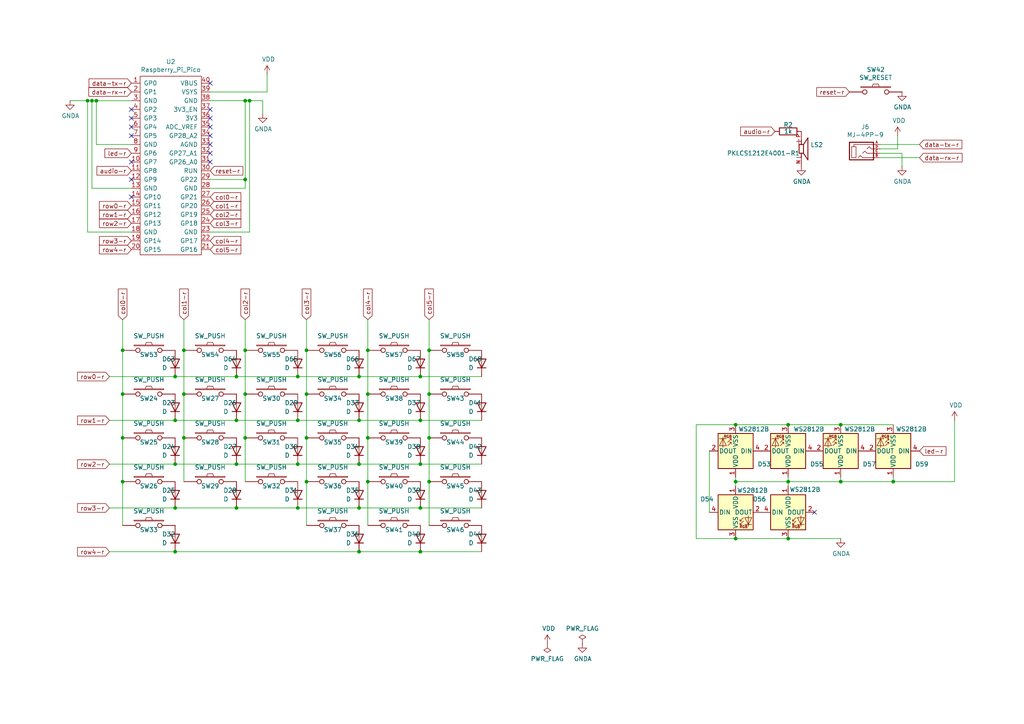
<source format=kicad_sch>
(kicad_sch (version 20250114) (generator "eeschema") (generator_version "9.0")
  (paper "A4")
  (lib_symbols
    (symbol "Device:D" (pin_numbers (hide yes)) (pin_names (offset 1.016) (hide yes))
      (property "Reference" "D" (at 0 2.54 0))
      (property "Value" "D" (at 0 -2.54 0))
      (symbol "D_0_1"
        (polyline (pts (xy -1.27 1.27) (xy -1.27 -1.27)) (stroke (width 0.254)))
        (polyline (pts (xy 1.27 1.27) (xy 1.27 -1.27) (xy -1.27 0) (xy 1.27 1.27)) (stroke (width 0.254)))
        (polyline (pts (xy 1.27 0) (xy -1.27 0)))
      )
      (symbol "D_1_1"
        (pin passive line (at -3.81 0 0) (length 2.54) (name "K") (number "1"))
        (pin passive line (at 3.81 0 180) (length 2.54) (name "A") (number "2"))
      )
    )
    (symbol "Device:R" (pin_numbers (hide yes)) (pin_names (offset 0))
      (property "Reference" "R" (at 2.032 0 90))
      (property "Value" "R" (at 0 0 90))
      (symbol "R_0_1"
        (rectangle (start -1.016 -2.54) (end 1.016 2.54) (stroke (width 0.254)))
      )
      (symbol "R_1_1"
        (pin passive line (at 0 3.81 270) (length 1.27) (name "~") (number "1"))
        (pin passive line (at 0 -3.81 90) (length 1.27) (name "~") (number "2"))
      )
    )
    (symbol "LED:WS2812B" (pin_names (offset 0.254))
      (property "Reference" "D" (at 5.08 5.715 0))
      (property "Value" "WS2812B" (at 1.27 -5.715 0))
      (symbol "WS2812B_0_0"
        (text "RGB" (at 2.286 -4.191 0) (effects (font (size 0.762 0.762))))
      )
      (symbol "WS2812B_0_1"
        (polyline (pts (xy 1.27 -2.54) (xy 1.778 -2.54)))
        (polyline (pts (xy 1.27 -3.556) (xy 1.778 -3.556)))
        (polyline (pts (xy 2.286 -1.524) (xy 1.27 -2.54) (xy 1.27 -2.032)))
        (polyline (pts (xy 2.286 -2.54) (xy 1.27 -3.556) (xy 1.27 -3.048)))
        (polyline (pts (xy 3.683 -1.016) (xy 3.683 -3.556) (xy 3.683 -4.064)))
        (polyline (pts (xy 4.699 -1.524) (xy 2.667 -1.524) (xy 3.683 -3.556) (xy 4.699 -1.524)))
        (polyline (pts (xy 4.699 -3.556) (xy 2.667 -3.556)))
        (rectangle (start 5.08 5.08) (end -5.08 -5.08) (stroke (width 0.254)) (fill (type background)))
      )
      (symbol "WS2812B_1_1"
        (pin input line (at -7.62 0 0) (length 2.54) (name "DIN") (number "4"))
        (pin power_in line (at 0 7.62 270) (length 2.54) (name "VDD") (number "1"))
        (pin power_in line (at 0 -7.62 90) (length 2.54) (name "VSS") (number "3"))
        (pin output line (at 7.62 0 180) (length 2.54) (name "DOUT") (number "2"))
      )
    )
    (symbol "_tergo_lib:MJ-4PP-9" (pin_names (offset 1.016))
      (property "Reference" "J" (at 0 3.81 0))
      (property "Value" "MJ-4PP-9" (at 0 -3.81 0))
      (symbol "MJ-4PP-9_0_1"
        (polyline (pts (xy -2.54 1.27) (xy -2.54 1.905) (xy 3.175 1.905)))
        (rectangle (start -1.905 -1.905) (end -3.175 1.27))
        (polyline (pts (xy -1.27 -1.905) (xy -0.635 -1.27) (xy 0 -1.905) (xy 3.175 -1.905)))
        (polyline (pts (xy 0 -0.635) (xy 0.635 0) (xy 1.27 -0.635) (xy 3.175 -0.635)))
        (polyline (pts (xy 1.27 0.635) (xy 1.905 1.27) (xy 2.54 0.635) (xy 3.175 0.635)))
        (rectangle (start 3.175 2.54) (end -3.81 -2.54) (stroke (width 0.3048)))
      )
      (symbol "MJ-4PP-9_1_1"
        (pin input line (at 5.08 1.905 180) (length 2.0066) (name "~") (number "A"))
        (pin input line (at 5.08 0.635 180) (length 2.0066) (name "~") (number "D"))
        (pin input line (at 5.08 -0.635 180) (length 2.0066) (name "~") (number "C"))
        (pin input line (at 5.08 -1.905 180) (length 2.0066) (name "~") (number "B"))
      )
    )
    (symbol "_tergo_lib:PKLCS1212E4001-R1" (pin_names (offset 1.016))
      (property "Reference" "LS" (at -3.82 8.9133 0))
      (property "Value" "PKLCS1212E4001-R1" (at -3.823 -11.469 0))
      (symbol "PKLCS1212E4001-R1_0_0"
        (polyline (pts (xy -0.635 1.27) (xy 0 1.27)) (stroke (width 0.254)))
        (polyline (pts (xy -0.635 -1.27) (xy -0.635 1.27)) (stroke (width 0.254)))
        (polyline (pts (xy 0 1.27) (xy 0 2.54)) (stroke (width 0.254)))
        (polyline (pts (xy 0 1.27) (xy 0.635 1.27)) (stroke (width 0.254)))
        (polyline (pts (xy 0 -1.27) (xy -0.635 -1.27)) (stroke (width 0.254)))
        (polyline (pts (xy 0 -1.27) (xy 0 -2.54)) (stroke (width 0.254)))
        (polyline (pts (xy 0.635 1.27) (xy 0.635 -1.27)) (stroke (width 0.254)))
        (polyline (pts (xy 0.635 1.27) (xy 1.905 3.175)) (stroke (width 0.254)))
        (polyline (pts (xy 0.635 -1.27) (xy 0 -1.27)) (stroke (width 0.254)))
        (polyline (pts (xy 1.905 3.175) (xy 1.905 -3.175)) (stroke (width 0.254)))
        (polyline (pts (xy 1.905 -3.175) (xy 0.635 -1.27)) (stroke (width 0.254)))
        (text "+" (at -1.905 1.27 0) (effects (font (size 1.778 1.778)) (justify left bottom)))
        (text "-" (at -1.905 -1.27 0) (effects (font (size 1.778 1.778)) (justify left top)))
        (pin passive line (at 0 5.08 270) (length 2.54) (name "~") (number "P"))
        (pin passive line (at 0 -5.08 90) (length 2.54) (name "~") (number "N"))
      )
    )
    (symbol "_tergo_lib:Raspberry_Pi_Pico" (pin_names (offset 1.016))
      (property "Reference" "U" (at 0 27.559 0))
      (property "Value" "Raspberry_Pi_Pico" (at 0.0508 -27.4574 0))
      (symbol "Raspberry_Pi_Pico_0_0"
        (pin bidirectional line (at -11.43 24.13 0) (length 2.54) (name "GP0") (number "1"))
        (pin bidirectional line (at -11.43 21.59 0) (length 2.54) (name "GP1") (number "2"))
        (pin power_in line (at -11.43 19.05 0) (length 2.54) (name "GND") (number "3"))
        (pin bidirectional line (at -11.43 16.51 0) (length 2.54) (name "GP2") (number "4"))
        (pin bidirectional line (at -11.43 13.97 0) (length 2.54) (name "GP3") (number "5"))
        (pin bidirectional line (at -11.43 11.43 0) (length 2.54) (name "GP4") (number "6"))
        (pin bidirectional line (at -11.43 8.89 0) (length 2.54) (name "GP5") (number "7"))
        (pin power_in line (at -11.43 6.35 0) (length 2.54) (name "GND") (number "8"))
        (pin bidirectional line (at -11.43 3.81 0) (length 2.54) (name "GP6") (number "9"))
        (pin bidirectional line (at -11.43 1.27 0) (length 2.54) (name "GP7") (number "10"))
        (pin bidirectional line (at -11.43 -1.27 0) (length 2.54) (name "GP8") (number "11"))
        (pin bidirectional line (at -11.43 -3.81 0) (length 2.54) (name "GP9") (number "12"))
        (pin power_in line (at -11.43 -6.35 0) (length 2.54) (name "GND") (number "13"))
        (pin bidirectional line (at -11.43 -8.89 0) (length 2.54) (name "GP10") (number "14"))
        (pin bidirectional line (at -11.43 -11.43 0) (length 2.54) (name "GP11") (number "15"))
        (pin bidirectional line (at -11.43 -13.97 0) (length 2.54) (name "GP12") (number "16"))
        (pin bidirectional line (at -11.43 -16.51 0) (length 2.54) (name "GP13") (number "17"))
        (pin power_in line (at -11.43 -19.05 0) (length 2.54) (name "GND") (number "18"))
        (pin bidirectional line (at -11.43 -21.59 0) (length 2.54) (name "GP14") (number "19"))
        (pin bidirectional line (at -11.43 -24.13 0) (length 2.54) (name "GP15") (number "20"))
        (pin power_in line (at 11.43 24.13 180) (length 2.54) (name "VBUS") (number "40"))
        (pin power_in line (at 11.43 21.59 180) (length 2.54) (name "VSYS") (number "39"))
        (pin power_in line (at 11.43 19.05 180) (length 2.54) (name "GND") (number "38"))
        (pin input line (at 11.43 16.51 180) (length 2.54) (name "3V3_EN") (number "37"))
        (pin power_out line (at 11.43 13.97 180) (length 2.54) (name "3V3") (number "36"))
        (pin power_in line (at 11.43 11.43 180) (length 2.54) (name "ADC_VREF") (number "35"))
        (pin bidirectional line (at 11.43 8.89 180) (length 2.54) (name "GP28_A2") (number "34"))
        (pin power_in line (at 11.43 6.35 180) (length 2.54) (name "AGND") (number "33"))
        (pin bidirectional line (at 11.43 3.81 180) (length 2.54) (name "GP27_A1") (number "32"))
        (pin bidirectional line (at 11.43 1.27 180) (length 2.54) (name "GP26_A0") (number "31"))
        (pin input line (at 11.43 -1.27 180) (length 2.54) (name "RUN") (number "30"))
        (pin bidirectional line (at 11.43 -3.81 180) (length 2.54) (name "GP22") (number "29"))
        (pin power_in line (at 11.43 -6.35 180) (length 2.54) (name "GND") (number "28"))
        (pin bidirectional line (at 11.43 -8.89 180) (length 2.54) (name "GP21") (number "27"))
        (pin bidirectional line (at 11.43 -11.43 180) (length 2.54) (name "GP20") (number "26"))
        (pin bidirectional line (at 11.43 -13.97 180) (length 2.54) (name "GP19") (number "25"))
        (pin bidirectional line (at 11.43 -16.51 180) (length 2.54) (name "GP18") (number "24"))
        (pin power_in line (at 11.43 -19.05 180) (length 2.54) (name "GND") (number "23"))
        (pin bidirectional line (at 11.43 -21.59 180) (length 2.54) (name "GP17") (number "22"))
        (pin bidirectional line (at 11.43 -24.13 180) (length 2.54) (name "GP16") (number "21"))
      )
      (symbol "Raspberry_Pi_Pico_0_1"
        (rectangle (start -8.89 26.162) (end 8.89 -25.654))
      )
    )
    (symbol "_tergo_lib:SW_PUSH" (pin_numbers (hide yes)) (pin_names (offset 1.016) (hide yes))
      (property "Reference" "SW" (at 3.81 2.794 0))
      (property "Value" "SW_PUSH" (at 0 -2.032 0))
      (symbol "SW_PUSH_0_1"
        (rectangle (start -4.318 1.524) (end 4.318 1.27))
        (polyline (pts (xy -1.016 1.524) (xy -0.762 2.286) (xy 0.762 2.286) (xy 1.016 1.524)))
        (pin passive inverted (at -7.62 0 0) (length 5.08) (name "1") (number "1"))
        (pin passive inverted (at 7.62 0 180) (length 5.08) (name "2") (number "2"))
      )
    )
    (symbol "power:GNDA" (power) (pin_numbers (hide yes)) (pin_names (offset 0) (hide yes))
      (property "Value" "GNDA" (at 0 -3.81 0))
      (symbol "GNDA_0_1"
        (polyline (pts (xy 0 0) (xy 0 -1.27) (xy 1.27 -1.27) (xy 0 -2.54) (xy -1.27 -1.27) (xy 0 -1.27)))
      )
      (symbol "GNDA_1_1"
        (pin power_in line (at 0 0 270) (length 0) (name "~") (number "1"))
      )
    )
    (symbol "power:PWR_FLAG" (power) (pin_numbers (hide yes)) (pin_names (offset 0) (hide yes))
      (property "Value" "PWR_FLAG" (at 0 3.81 0))
      (symbol "PWR_FLAG_0_0"
        (pin power_out line (at 0 0 90) (length 0) (name "~") (number "1"))
      )
      (symbol "PWR_FLAG_0_1"
        (polyline (pts (xy 0 0) (xy 0 1.27) (xy -1.016 1.905) (xy 0 2.54) (xy 1.016 1.905) (xy 0 1.27)))
      )
    )
    (symbol "power:VDD" (power) (pin_numbers (hide yes)) (pin_names (offset 0) (hide yes))
      (property "Value" "VDD" (at 0 3.556 0))
      (symbol "VDD_0_1"
        (polyline (pts (xy -0.762 1.27) (xy 0 2.54)))
        (polyline (pts (xy 0 2.54) (xy 0.762 1.27)))
        (polyline (pts (xy 0 0) (xy 0 2.54)))
      )
      (symbol "VDD_1_1"
        (pin power_in line (at 0 0 90) (length 0) (name "~") (number "1"))
      )
    )
  )
  (junction (at 104.14 134.62))
  (junction (at 106.68 101.6))
  (junction (at 50.8 134.62))
  (junction (at 88.9 101.6))
  (junction (at 104.14 109.22))
  (junction (at 72.39 29.21))
  (junction (at 104.14 160.02))
  (junction (at 68.58 134.62))
  (junction (at 121.92 160.02))
  (junction (at 50.8 109.22))
  (junction (at 124.46 139.7))
  (junction (at 35.56 139.7))
  (junction (at 228.6 139.7))
  (junction (at 86.36 147.32))
  (junction (at 25.4 29.21))
  (junction (at 88.9 139.7))
  (junction (at 68.58 121.92))
  (junction (at 71.12 52.07))
  (junction (at 35.56 127))
  (junction (at 86.36 121.92))
  (junction (at 53.34 114.3))
  (junction (at 104.14 121.92))
  (junction (at 121.92 121.92))
  (junction (at 228.6 123.19))
  (junction (at 243.84 123.19))
  (junction (at 121.92 109.22))
  (junction (at 68.58 147.32))
  (junction (at 86.36 109.22))
  (junction (at 53.34 127))
  (junction (at 121.92 134.62))
  (junction (at 213.36 139.7))
  (junction (at 106.68 127))
  (junction (at 50.8 147.32))
  (junction (at 35.56 114.3))
  (junction (at 88.9 114.3))
  (junction (at 104.14 147.32))
  (junction (at 71.12 101.6))
  (junction (at 26.67 29.21))
  (junction (at 86.36 134.62))
  (junction (at 50.8 160.02))
  (junction (at 124.46 101.6))
  (junction (at 71.12 29.21))
  (junction (at 53.34 101.6))
  (junction (at 213.36 156.21))
  (junction (at 259.08 139.7))
  (junction (at 71.12 127))
  (junction (at 50.8 121.92))
  (junction (at 106.68 139.7))
  (junction (at 124.46 127))
  (junction (at 71.12 114.3))
  (junction (at 35.56 101.6))
  (junction (at 68.58 109.22))
  (junction (at 121.92 147.32))
  (junction (at 243.84 139.7))
  (junction (at 88.9 127))
  (junction (at 124.46 114.3))
  (junction (at 106.68 114.3))
  (junction (at 228.6 156.21))
  (junction (at 213.36 123.19))
  (junction (at 27.94 29.21))
  (no_connect (at 38.1 52.07))
  (no_connect (at 60.96 44.45))
  (no_connect (at 60.96 31.75))
  (no_connect (at 60.96 46.99))
  (no_connect (at 60.96 36.83))
  (no_connect (at 38.1 46.99))
  (no_connect (at 38.1 34.29))
  (no_connect (at 38.1 39.37))
  (no_connect (at 38.1 57.15))
  (no_connect (at 60.96 41.91))
  (no_connect (at 38.1 31.75))
  (no_connect (at 60.96 24.13))
  (no_connect (at 60.96 34.29))
  (no_connect (at 60.96 39.37))
  (no_connect (at 38.1 36.83))
  (no_connect (at 236.22 148.59))
  (wire (pts (xy 53.34 127) (xy 53.34 114.3)))
  (wire (pts (xy 53.34 139.7) (xy 53.34 127)))
  (wire (pts (xy 259.08 138.43) (xy 259.08 139.7)))
  (wire (pts (xy 38.1 41.91) (xy 27.94 41.91)))
  (wire (pts (xy 71.12 52.07) (xy 71.12 29.21)))
  (wire (pts (xy 72.39 67.31) (xy 72.39 29.21)))
  (wire (pts (xy 104.14 121.92) (xy 86.36 121.92)))
  (wire (pts (xy 276.86 121.92) (xy 276.86 139.7)))
  (wire (pts (xy 213.36 156.21) (xy 228.6 156.21)))
  (wire (pts (xy 77.47 26.67) (xy 77.47 21.59)))
  (wire (pts (xy 88.9 139.7) (xy 88.9 127)))
  (wire (pts (xy 26.67 54.61) (xy 26.67 29.21)))
  (wire (pts (xy 259.08 139.7) (xy 243.84 139.7)))
  (wire (pts (xy 124.46 101.6) (xy 124.46 92.71)))
  (wire (pts (xy 50.8 160.02) (xy 104.14 160.02)))
  (wire (pts (xy 124.46 114.3) (xy 124.46 101.6)))
  (wire (pts (xy 243.84 138.43) (xy 243.84 139.7)))
  (wire (pts (xy 104.14 147.32) (xy 86.36 147.32)))
  (wire (pts (xy 228.6 156.21) (xy 243.84 156.21)))
  (wire (pts (xy 71.12 101.6) (xy 71.12 114.3)))
  (wire (pts (xy 106.68 101.6) (xy 106.68 92.71)))
  (wire (pts (xy 53.34 92.71) (xy 53.34 101.6)))
  (wire (pts (xy 104.14 109.22) (xy 121.92 109.22)))
  (wire (pts (xy 139.7 160.02) (xy 121.92 160.02)))
  (wire (pts (xy 255.27 43.18) (xy 260.35 43.18)))
  (wire (pts (xy 60.96 29.21) (xy 71.12 29.21)))
  (wire (pts (xy 35.56 139.7) (xy 35.56 152.4)))
  (wire (pts (xy 121.92 160.02) (xy 104.14 160.02)))
  (wire (pts (xy 139.7 121.92) (xy 121.92 121.92)))
  (wire (pts (xy 27.94 29.21) (xy 38.1 29.21)))
  (wire (pts (xy 124.46 127) (xy 124.46 114.3)))
  (wire (pts (xy 60.96 26.67) (xy 77.47 26.67)))
  (wire (pts (xy 228.6 140.97) (xy 228.6 139.7)))
  (wire (pts (xy 201.93 156.21) (xy 213.36 156.21)))
  (wire (pts (xy 213.36 123.19) (xy 201.93 123.19)))
  (wire (pts (xy 72.39 29.21) (xy 76.2 29.21)))
  (wire (pts (xy 71.12 127) (xy 71.12 114.3)))
  (wire (pts (xy 35.56 127) (xy 35.56 114.3)))
  (wire (pts (xy 106.68 152.4) (xy 106.68 139.7)))
  (wire (pts (xy 27.94 41.91) (xy 27.94 29.21)))
  (wire (pts (xy 50.8 121.92) (xy 31.75 121.92)))
  (wire (pts (xy 38.1 54.61) (xy 26.67 54.61)))
  (wire (pts (xy 60.96 52.07) (xy 71.12 52.07)))
  (wire (pts (xy 243.84 123.19) (xy 228.6 123.19)))
  (wire (pts (xy 260.35 43.18) (xy 260.35 39.37)))
  (wire (pts (xy 88.9 152.4) (xy 88.9 139.7)))
  (wire (pts (xy 35.56 114.3) (xy 35.56 101.6)))
  (wire (pts (xy 25.4 67.31) (xy 25.4 29.21)))
  (wire (pts (xy 213.36 140.97) (xy 213.36 139.7)))
  (wire (pts (xy 205.74 130.81) (xy 205.74 148.59)))
  (wire (pts (xy 106.68 139.7) (xy 106.68 127)))
  (wire (pts (xy 71.12 92.71) (xy 71.12 101.6)))
  (wire (pts (xy 50.8 134.62) (xy 31.75 134.62)))
  (wire (pts (xy 31.75 109.22) (xy 50.8 109.22)))
  (wire (pts (xy 71.12 54.61) (xy 71.12 52.07)))
  (wire (pts (xy 228.6 123.19) (xy 213.36 123.19)))
  (wire (pts (xy 139.7 147.32) (xy 121.92 147.32)))
  (wire (pts (xy 26.67 29.21) (xy 27.94 29.21)))
  (wire (pts (xy 121.92 121.92) (xy 104.14 121.92)))
  (wire (pts (xy 38.1 67.31) (xy 25.4 67.31)))
  (wire (pts (xy 228.6 138.43) (xy 228.6 139.7)))
  (wire (pts (xy 86.36 147.32) (xy 68.58 147.32)))
  (wire (pts (xy 259.08 123.19) (xy 243.84 123.19)))
  (wire (pts (xy 228.6 139.7) (xy 213.36 139.7)))
  (wire (pts (xy 60.96 67.31) (xy 72.39 67.31)))
  (wire (pts (xy 60.96 54.61) (xy 71.12 54.61)))
  (wire (pts (xy 86.36 109.22) (xy 104.14 109.22)))
  (wire (pts (xy 35.56 101.6) (xy 35.56 92.71)))
  (wire (pts (xy 50.8 147.32) (xy 31.75 147.32)))
  (wire (pts (xy 50.8 160.02) (xy 31.75 160.02)))
  (wire (pts (xy 106.68 127) (xy 106.68 114.3)))
  (wire (pts (xy 121.92 134.62) (xy 104.14 134.62)))
  (wire (pts (xy 68.58 147.32) (xy 50.8 147.32)))
  (wire (pts (xy 68.58 134.62) (xy 50.8 134.62)))
  (wire (pts (xy 71.12 29.21) (xy 72.39 29.21)))
  (wire (pts (xy 68.58 121.92) (xy 50.8 121.92)))
  (wire (pts (xy 213.36 139.7) (xy 213.36 138.43)))
  (wire (pts (xy 35.56 139.7) (xy 35.56 127)))
  (wire (pts (xy 25.4 29.21) (xy 26.67 29.21)))
  (wire (pts (xy 68.58 109.22) (xy 86.36 109.22)))
  (wire (pts (xy 255.27 45.72) (xy 266.7 45.72)))
  (wire (pts (xy 53.34 101.6) (xy 53.34 114.3)))
  (wire (pts (xy 139.7 134.62) (xy 121.92 134.62)))
  (wire (pts (xy 255.27 44.45) (xy 261.62 44.45)))
  (wire (pts (xy 76.2 29.21) (xy 76.2 33.02)))
  (wire (pts (xy 124.46 152.4) (xy 124.46 139.7)))
  (wire (pts (xy 276.86 139.7) (xy 259.08 139.7)))
  (wire (pts (xy 261.62 44.45) (xy 261.62 48.26)))
  (wire (pts (xy 121.92 109.22) (xy 139.7 109.22)))
  (wire (pts (xy 86.36 134.62) (xy 68.58 134.62)))
  (wire (pts (xy 243.84 139.7) (xy 228.6 139.7)))
  (wire (pts (xy 71.12 139.7) (xy 71.12 127)))
  (wire (pts (xy 201.93 123.19) (xy 201.93 156.21)))
  (wire (pts (xy 255.27 41.91) (xy 266.7 41.91)))
  (wire (pts (xy 88.9 101.6) (xy 88.9 114.3)))
  (wire (pts (xy 88.9 127) (xy 88.9 114.3)))
  (wire (pts (xy 106.68 114.3) (xy 106.68 101.6)))
  (wire (pts (xy 86.36 121.92) (xy 68.58 121.92)))
  (wire (pts (xy 20.32 29.21) (xy 25.4 29.21)))
  (wire (pts (xy 121.92 147.32) (xy 104.14 147.32)))
  (wire (pts (xy 88.9 92.71) (xy 88.9 101.6)))
  (wire (pts (xy 124.46 139.7) (xy 124.46 127)))
  (wire (pts (xy 104.14 134.62) (xy 86.36 134.62)))
  (wire (pts (xy 50.8 109.22) (xy 68.58 109.22)))
  (global_label "row3-r" (shape input) (at 31.75 147.32 180) (property "Intersheetrefs" "${INTERSHEET_REFS}" (effects (hide yes))))
  (global_label "col0-r" (shape input) (at 35.56 92.71 90) (property "Intersheetrefs" "${INTERSHEET_REFS}" (effects (hide yes))))
  (global_label "row2-r" (shape input) (at 31.75 134.62 180) (property "Intersheetrefs" "${INTERSHEET_REFS}" (effects (hide yes))))
  (global_label "col1-r" (shape input) (at 53.34 92.71 90) (property "Intersheetrefs" "${INTERSHEET_REFS}" (effects (hide yes))))
  (global_label "reset-r" (shape input) (at 60.96 49.53 0) (property "Intersheetrefs" "${INTERSHEET_REFS}" (effects (hide yes))))
  (global_label "row0-r" (shape input) (at 38.1 59.69 180) (property "Intersheetrefs" "${INTERSHEET_REFS}" (effects (hide yes))))
  (global_label "col2-r" (shape input) (at 60.96 62.23 0) (property "Intersheetrefs" "${INTERSHEET_REFS}" (effects (hide yes))))
  (global_label "reset-r" (shape input) (at 246.38 26.67 180) (property "Intersheetrefs" "${INTERSHEET_REFS}" (effects (hide yes))))
  (global_label "led-r" (shape input) (at 266.7 130.81 0) (property "Intersheetrefs" "${INTERSHEET_REFS}" (effects (hide yes))))
  (global_label "row1-r" (shape input) (at 31.75 121.92 180) (property "Intersheetrefs" "${INTERSHEET_REFS}" (effects (hide yes))))
  (global_label "row3-r" (shape input) (at 38.1 69.85 180) (property "Intersheetrefs" "${INTERSHEET_REFS}" (effects (hide yes))))
  (global_label "data-rx-r" (shape input) (at 266.7 45.72 0) (property "Intersheetrefs" "${INTERSHEET_REFS}" (effects (hide yes))))
  (global_label "data-rx-r" (shape input) (at 38.1 26.67 180) (property "Intersheetrefs" "${INTERSHEET_REFS}" (effects (hide yes))))
  (global_label "col3-r" (shape input) (at 88.9 92.71 90) (property "Intersheetrefs" "${INTERSHEET_REFS}" (effects (hide yes))))
  (global_label "led-r" (shape input) (at 38.1 44.45 180) (property "Intersheetrefs" "${INTERSHEET_REFS}" (effects (hide yes))))
  (global_label "audio-r" (shape input) (at 38.1 49.53 180) (property "Intersheetrefs" "${INTERSHEET_REFS}" (effects (hide yes))))
  (global_label "col5-r" (shape input) (at 124.46 92.71 90) (property "Intersheetrefs" "${INTERSHEET_REFS}" (effects (hide yes))))
  (global_label "col0-r" (shape input) (at 60.96 57.15 0) (property "Intersheetrefs" "${INTERSHEET_REFS}" (effects (hide yes))))
  (global_label "row4-r" (shape input) (at 38.1 72.39 180) (property "Intersheetrefs" "${INTERSHEET_REFS}" (effects (hide yes))))
  (global_label "col2-r" (shape input) (at 71.12 92.71 90) (property "Intersheetrefs" "${INTERSHEET_REFS}" (effects (hide yes))))
  (global_label "row0-r" (shape input) (at 31.75 109.22 180) (property "Intersheetrefs" "${INTERSHEET_REFS}" (effects (hide yes))))
  (global_label "audio-r" (shape input) (at 224.79 38.1 180) (property "Intersheetrefs" "${INTERSHEET_REFS}" (effects (hide yes))))
  (global_label "col1-r" (shape input) (at 60.96 59.69 0) (property "Intersheetrefs" "${INTERSHEET_REFS}" (effects (hide yes))))
  (global_label "data-tx-r" (shape input) (at 266.7 41.91 0) (property "Intersheetrefs" "${INTERSHEET_REFS}" (effects (hide yes))))
  (global_label "col3-r" (shape input) (at 60.96 64.77 0) (property "Intersheetrefs" "${INTERSHEET_REFS}" (effects (hide yes))))
  (global_label "col4-r" (shape input) (at 106.68 92.71 90) (property "Intersheetrefs" "${INTERSHEET_REFS}" (effects (hide yes))))
  (global_label "row2-r" (shape input) (at 38.1 64.77 180) (property "Intersheetrefs" "${INTERSHEET_REFS}" (effects (hide yes))))
  (global_label "data-tx-r" (shape input) (at 38.1 24.13 180) (property "Intersheetrefs" "${INTERSHEET_REFS}" (effects (hide yes))))
  (global_label "col4-r" (shape input) (at 60.96 69.85 0) (property "Intersheetrefs" "${INTERSHEET_REFS}" (effects (hide yes))))
  (global_label "col5-r" (shape input) (at 60.96 72.39 0) (property "Intersheetrefs" "${INTERSHEET_REFS}" (effects (hide yes))))
  (global_label "row1-r" (shape input) (at 38.1 62.23 180) (property "Intersheetrefs" "${INTERSHEET_REFS}" (effects (hide yes))))
  (global_label "row4-r" (shape input) (at 31.75 160.02 180) (property "Intersheetrefs" "${INTERSHEET_REFS}" (effects (hide yes))))
  (symbol (lib_id "_tergo_lib:SW_PUSH") (at 43.18 114.3 0) (unit 1)
    (property "Reference" "SW24" (at 43.18 115.57 0))
    (property "Value" "SW_PUSH" (at 43.18 110.1344 0))
    (property "Footprint" "_tergo_lib:CherryMX_Choco_Hotswap" (effects (hide yes)))
  )
  (symbol (lib_id "Device:D") (at 50.8 118.11 90) (unit 1)
    (property "Reference" "D23" (at 46.99 116.84 90) (effects (justify right)))
    (property "Value" "D" (at 46.99 119.38 90) (effects (justify right)))
    (property "Footprint" "_tergo_lib:Keebio-Diode-Hybrid-Back" (effects (hide yes)))
    (property "Description" "Diode" (effects (hide yes)))
    (property "Sim.Device" "D" (effects (hide yes)))
    (property "Sim.Pins" "1=K 2=A" (effects (hide yes)))
  )
  (symbol (lib_id "_tergo_lib:SW_PUSH") (at 43.18 127 0) (unit 1)
    (property "Reference" "SW25" (at 43.18 128.27 0))
    (property "Value" "SW_PUSH" (at 43.18 122.8344 0))
    (property "Footprint" "_tergo_lib:CherryMX_Choco_Hotswap" (effects (hide yes)))
  )
  (symbol (lib_id "Device:D") (at 50.8 130.81 90) (unit 1)
    (property "Reference" "D24" (at 46.99 129.54 90) (effects (justify right)))
    (property "Value" "D" (at 46.99 132.08 90) (effects (justify right)))
    (property "Footprint" "_tergo_lib:Keebio-Diode-Hybrid-Back" (effects (hide yes)))
    (property "Description" "Diode" (effects (hide yes)))
    (property "Sim.Device" "D" (effects (hide yes)))
    (property "Sim.Pins" "1=K 2=A" (effects (hide yes)))
  )
  (symbol (lib_id "_tergo_lib:SW_PUSH") (at 43.18 139.7 0) (unit 1)
    (property "Reference" "SW26" (at 43.18 140.97 0))
    (property "Value" "SW_PUSH" (at 43.18 135.5344 0))
    (property "Footprint" "_tergo_lib:CherryMX_Choco_Hotswap" (effects (hide yes)))
  )
  (symbol (lib_id "Device:D") (at 50.8 143.51 90) (unit 1)
    (property "Reference" "D25" (at 46.99 142.24 90) (effects (justify right)))
    (property "Value" "D" (at 46.99 144.78 90) (effects (justify right)))
    (property "Footprint" "_tergo_lib:Keebio-Diode-Hybrid-Back" (effects (hide yes)))
    (property "Description" "Diode" (effects (hide yes)))
    (property "Sim.Device" "D" (effects (hide yes)))
    (property "Sim.Pins" "1=K 2=A" (effects (hide yes)))
  )
  (symbol (lib_id "_tergo_lib:SW_PUSH") (at 60.96 114.3 0) (unit 1)
    (property "Reference" "SW27" (at 60.96 115.57 0))
    (property "Value" "SW_PUSH" (at 60.96 110.1344 0))
    (property "Footprint" "_tergo_lib:CherryMX_Choco_Hotswap" (effects (hide yes)))
  )
  (symbol (lib_id "Device:D") (at 68.58 118.11 90) (unit 1)
    (property "Reference" "D26" (at 64.77 116.84 90) (effects (justify right)))
    (property "Value" "D" (at 64.77 119.38 90) (effects (justify right)))
    (property "Footprint" "_tergo_lib:Keebio-Diode-Hybrid-Back" (effects (hide yes)))
    (property "Description" "Diode" (effects (hide yes)))
    (property "Sim.Device" "D" (effects (hide yes)))
    (property "Sim.Pins" "1=K 2=A" (effects (hide yes)))
  )
  (symbol (lib_id "_tergo_lib:SW_PUSH") (at 60.96 127 0) (unit 1)
    (property "Reference" "SW28" (at 60.96 128.27 0))
    (property "Value" "SW_PUSH" (at 60.96 122.8344 0))
    (property "Footprint" "_tergo_lib:CherryMX_Choco_Hotswap" (effects (hide yes)))
  )
  (symbol (lib_id "Device:D") (at 68.58 130.81 90) (unit 1)
    (property "Reference" "D27" (at 64.77 129.54 90) (effects (justify right)))
    (property "Value" "D" (at 64.77 132.08 90) (effects (justify right)))
    (property "Footprint" "_tergo_lib:Keebio-Diode-Hybrid-Back" (effects (hide yes)))
    (property "Description" "Diode" (effects (hide yes)))
    (property "Sim.Device" "D" (effects (hide yes)))
    (property "Sim.Pins" "1=K 2=A" (effects (hide yes)))
  )
  (symbol (lib_id "_tergo_lib:SW_PUSH") (at 60.96 139.7 0) (unit 1)
    (property "Reference" "SW29" (at 60.96 140.97 0))
    (property "Value" "SW_PUSH" (at 60.96 135.5344 0))
    (property "Footprint" "_tergo_lib:CherryMX_Choco_Hotswap" (effects (hide yes)))
  )
  (symbol (lib_id "Device:D") (at 68.58 143.51 90) (unit 1)
    (property "Reference" "D28" (at 64.77 142.24 90) (effects (justify right)))
    (property "Value" "D" (at 64.77 144.78 90) (effects (justify right)))
    (property "Footprint" "_tergo_lib:Keebio-Diode-Hybrid-Back" (effects (hide yes)))
    (property "Description" "Diode" (effects (hide yes)))
    (property "Sim.Device" "D" (effects (hide yes)))
    (property "Sim.Pins" "1=K 2=A" (effects (hide yes)))
  )
  (symbol (lib_id "_tergo_lib:SW_PUSH") (at 78.74 114.3 0) (unit 1)
    (property "Reference" "SW30" (at 78.74 115.57 0))
    (property "Value" "SW_PUSH" (at 78.74 110.1344 0))
    (property "Footprint" "_tergo_lib:CherryMX_Choco_Hotswap" (effects (hide yes)))
  )
  (symbol (lib_id "Device:D") (at 86.36 118.11 90) (unit 1)
    (property "Reference" "D29" (at 82.55 116.84 90) (effects (justify right)))
    (property "Value" "D" (at 82.55 119.38 90) (effects (justify right)))
    (property "Footprint" "_tergo_lib:Keebio-Diode-Hybrid-Back" (effects (hide yes)))
    (property "Description" "Diode" (effects (hide yes)))
    (property "Sim.Device" "D" (effects (hide yes)))
    (property "Sim.Pins" "1=K 2=A" (effects (hide yes)))
  )
  (symbol (lib_id "_tergo_lib:SW_PUSH") (at 78.74 127 0) (unit 1)
    (property "Reference" "SW31" (at 78.74 128.27 0))
    (property "Value" "SW_PUSH" (at 78.74 122.8344 0))
    (property "Footprint" "_tergo_lib:CherryMX_Choco_Hotswap" (effects (hide yes)))
  )
  (symbol (lib_id "Device:D") (at 86.36 130.81 90) (unit 1)
    (property "Reference" "D30" (at 82.55 129.54 90) (effects (justify right)))
    (property "Value" "D" (at 82.55 132.08 90) (effects (justify right)))
    (property "Footprint" "_tergo_lib:Keebio-Diode-Hybrid-Back" (effects (hide yes)))
    (property "Description" "Diode" (effects (hide yes)))
    (property "Sim.Device" "D" (effects (hide yes)))
    (property "Sim.Pins" "1=K 2=A" (effects (hide yes)))
  )
  (symbol (lib_id "_tergo_lib:SW_PUSH") (at 78.74 139.7 0) (unit 1)
    (property "Reference" "SW32" (at 78.74 140.97 0))
    (property "Value" "SW_PUSH" (at 78.74 135.5344 0))
    (property "Footprint" "_tergo_lib:CherryMX_Choco_Hotswap" (effects (hide yes)))
  )
  (symbol (lib_id "Device:D") (at 86.36 143.51 90) (unit 1)
    (property "Reference" "D31" (at 82.55 142.24 90) (effects (justify right)))
    (property "Value" "D" (at 82.55 144.78 90) (effects (justify right)))
    (property "Footprint" "_tergo_lib:Keebio-Diode-Hybrid-Back" (effects (hide yes)))
    (property "Description" "Diode" (effects (hide yes)))
    (property "Sim.Device" "D" (effects (hide yes)))
    (property "Sim.Pins" "1=K 2=A" (effects (hide yes)))
  )
  (symbol (lib_id "_tergo_lib:SW_PUSH") (at 43.18 152.4 0) (unit 1)
    (property "Reference" "SW33" (at 43.18 153.67 0))
    (property "Value" "SW_PUSH" (at 43.18 148.2344 0))
    (property "Footprint" "_tergo_lib:CherryMX_Choco_Hotswap" (effects (hide yes)))
  )
  (symbol (lib_id "Device:D") (at 50.8 156.21 90) (unit 1)
    (property "Reference" "D32" (at 46.99 154.94 90) (effects (justify right)))
    (property "Value" "D" (at 46.99 157.48 90) (effects (justify right)))
    (property "Footprint" "_tergo_lib:Keebio-Diode-Hybrid-Back" (effects (hide yes)))
    (property "Description" "Diode" (effects (hide yes)))
    (property "Sim.Device" "D" (effects (hide yes)))
    (property "Sim.Pins" "1=K 2=A" (effects (hide yes)))
  )
  (symbol (lib_id "_tergo_lib:SW_PUSH") (at 96.52 114.3 0) (unit 1)
    (property "Reference" "SW34" (at 96.52 115.57 0))
    (property "Value" "SW_PUSH" (at 96.52 110.1344 0))
    (property "Footprint" "_tergo_lib:CherryMX_Choco_Hotswap" (effects (hide yes)))
  )
  (symbol (lib_id "Device:D") (at 104.14 118.11 90) (unit 1)
    (property "Reference" "D33" (at 100.33 116.84 90) (effects (justify right)))
    (property "Value" "D" (at 100.33 119.38 90) (effects (justify right)))
    (property "Footprint" "_tergo_lib:Keebio-Diode-Hybrid-Back" (effects (hide yes)))
    (property "Description" "Diode" (effects (hide yes)))
    (property "Sim.Device" "D" (effects (hide yes)))
    (property "Sim.Pins" "1=K 2=A" (effects (hide yes)))
  )
  (symbol (lib_id "_tergo_lib:SW_PUSH") (at 96.52 127 0) (unit 1)
    (property "Reference" "SW35" (at 96.52 128.27 0))
    (property "Value" "SW_PUSH" (at 96.52 122.8344 0))
    (property "Footprint" "_tergo_lib:CherryMX_Choco_Hotswap" (effects (hide yes)))
  )
  (symbol (lib_id "Device:D") (at 104.14 130.81 90) (unit 1)
    (property "Reference" "D34" (at 100.33 129.54 90) (effects (justify right)))
    (property "Value" "D" (at 100.33 132.08 90) (effects (justify right)))
    (property "Footprint" "_tergo_lib:Keebio-Diode-Hybrid-Back" (effects (hide yes)))
    (property "Description" "Diode" (effects (hide yes)))
    (property "Sim.Device" "D" (effects (hide yes)))
    (property "Sim.Pins" "1=K 2=A" (effects (hide yes)))
  )
  (symbol (lib_id "_tergo_lib:SW_PUSH") (at 96.52 139.7 0) (unit 1)
    (property "Reference" "SW36" (at 96.52 140.97 0))
    (property "Value" "SW_PUSH" (at 96.52 135.5344 0))
    (property "Footprint" "_tergo_lib:CherryMX_Choco_Hotswap" (effects (hide yes)))
  )
  (symbol (lib_id "Device:D") (at 104.14 143.51 90) (unit 1)
    (property "Reference" "D35" (at 100.33 142.24 90) (effects (justify right)))
    (property "Value" "D" (at 100.33 144.78 90) (effects (justify right)))
    (property "Footprint" "_tergo_lib:Keebio-Diode-Hybrid-Back" (effects (hide yes)))
    (property "Description" "Diode" (effects (hide yes)))
    (property "Sim.Device" "D" (effects (hide yes)))
    (property "Sim.Pins" "1=K 2=A" (effects (hide yes)))
  )
  (symbol (lib_id "_tergo_lib:SW_PUSH") (at 96.52 152.4 0) (unit 1)
    (property "Reference" "SW37" (at 96.52 153.67 0))
    (property "Value" "SW_PUSH" (at 96.52 148.2344 0))
    (property "Footprint" "_tergo_lib:CherryMX_Choco_Hotswap" (effects (hide yes)))
  )
  (symbol (lib_id "Device:D") (at 104.14 156.21 90) (unit 1)
    (property "Reference" "D36" (at 100.33 154.94 90) (effects (justify right)))
    (property "Value" "D" (at 100.33 157.48 90) (effects (justify right)))
    (property "Footprint" "_tergo_lib:Keebio-Diode-Hybrid-Back" (effects (hide yes)))
    (property "Description" "Diode" (effects (hide yes)))
    (property "Sim.Device" "D" (effects (hide yes)))
    (property "Sim.Pins" "1=K 2=A" (effects (hide yes)))
  )
  (symbol (lib_id "_tergo_lib:SW_PUSH") (at 114.3 114.3 0) (unit 1)
    (property "Reference" "SW38" (at 114.3 115.57 0))
    (property "Value" "SW_PUSH" (at 114.3 110.1344 0))
    (property "Footprint" "_tergo_lib:CherryMX_Choco_Hotswap" (effects (hide yes)))
  )
  (symbol (lib_id "Device:D") (at 121.92 118.11 90) (unit 1)
    (property "Reference" "D37" (at 118.11 116.84 90) (effects (justify right)))
    (property "Value" "D" (at 118.11 119.38 90) (effects (justify right)))
    (property "Footprint" "_tergo_lib:Keebio-Diode-Hybrid-Back" (effects (hide yes)))
    (property "Description" "Diode" (effects (hide yes)))
    (property "Sim.Device" "D" (effects (hide yes)))
    (property "Sim.Pins" "1=K 2=A" (effects (hide yes)))
  )
  (symbol (lib_id "_tergo_lib:SW_PUSH") (at 114.3 127 0) (unit 1)
    (property "Reference" "SW39" (at 114.3 128.27 0))
    (property "Value" "SW_PUSH" (at 114.3 122.8344 0))
    (property "Footprint" "_tergo_lib:CherryMX_Choco_Hotswap" (effects (hide yes)))
  )
  (symbol (lib_id "Device:D") (at 121.92 130.81 90) (unit 1)
    (property "Reference" "D38" (at 118.11 129.54 90) (effects (justify right)))
    (property "Value" "D" (at 118.11 132.08 90) (effects (justify right)))
    (property "Footprint" "_tergo_lib:Keebio-Diode-Hybrid-Back" (effects (hide yes)))
    (property "Description" "Diode" (effects (hide yes)))
    (property "Sim.Device" "D" (effects (hide yes)))
    (property "Sim.Pins" "1=K 2=A" (effects (hide yes)))
  )
  (symbol (lib_id "_tergo_lib:SW_PUSH") (at 114.3 139.7 0) (unit 1)
    (property "Reference" "SW40" (at 114.3 140.97 0))
    (property "Value" "SW_PUSH" (at 114.3 135.5344 0))
    (property "Footprint" "_tergo_lib:CherryMX_Choco_Hotswap" (effects (hide yes)))
  )
  (symbol (lib_id "Device:D") (at 121.92 143.51 90) (unit 1)
    (property "Reference" "D39" (at 118.11 142.24 90) (effects (justify right)))
    (property "Value" "D" (at 118.11 144.78 90) (effects (justify right)))
    (property "Footprint" "_tergo_lib:Keebio-Diode-Hybrid-Back" (effects (hide yes)))
    (property "Description" "Diode" (effects (hide yes)))
    (property "Sim.Device" "D" (effects (hide yes)))
    (property "Sim.Pins" "1=K 2=A" (effects (hide yes)))
  )
  (symbol (lib_id "_tergo_lib:SW_PUSH") (at 114.3 152.4 0) (unit 1)
    (property "Reference" "SW41" (at 114.3 153.67 0))
    (property "Value" "SW_PUSH" (at 114.3 148.2344 0))
    (property "Footprint" "_tergo_lib:CherryMX_Choco_Hotswap" (effects (hide yes)))
  )
  (symbol (lib_id "Device:D") (at 121.92 156.21 90) (unit 1)
    (property "Reference" "D40" (at 118.11 154.94 90) (effects (justify right)))
    (property "Value" "D" (at 118.11 157.48 90) (effects (justify right)))
    (property "Footprint" "_tergo_lib:Keebio-Diode-Hybrid-Back" (effects (hide yes)))
    (property "Description" "Diode" (effects (hide yes)))
    (property "Sim.Device" "D" (effects (hide yes)))
    (property "Sim.Pins" "1=K 2=A" (effects (hide yes)))
  )
  (symbol (lib_id "_tergo_lib:SW_PUSH") (at 132.08 114.3 0) (unit 1)
    (property "Reference" "SW43" (at 132.08 115.57 0))
    (property "Value" "SW_PUSH" (at 132.08 110.1344 0))
    (property "Footprint" "_tergo_lib:CherryMX_Choco_Hotswap" (effects (hide yes)))
  )
  (symbol (lib_id "Device:D") (at 139.7 118.11 90) (unit 1)
    (property "Reference" "D41" (at 135.89 116.84 90) (effects (justify right)))
    (property "Value" "D" (at 135.89 119.38 90) (effects (justify right)))
    (property "Footprint" "_tergo_lib:Keebio-Diode-Hybrid-Back" (effects (hide yes)))
    (property "Description" "Diode" (effects (hide yes)))
    (property "Sim.Device" "D" (effects (hide yes)))
    (property "Sim.Pins" "1=K 2=A" (effects (hide yes)))
  )
  (symbol (lib_id "_tergo_lib:SW_PUSH") (at 132.08 127 0) (unit 1)
    (property "Reference" "SW44" (at 132.08 128.27 0))
    (property "Value" "SW_PUSH" (at 132.08 122.8344 0))
    (property "Footprint" "_tergo_lib:CherryMX_Choco_Hotswap" (effects (hide yes)))
  )
  (symbol (lib_id "Device:D") (at 139.7 130.81 90) (unit 1)
    (property "Reference" "D42" (at 135.89 129.54 90) (effects (justify right)))
    (property "Value" "D" (at 135.89 132.08 90) (effects (justify right)))
    (property "Footprint" "_tergo_lib:Keebio-Diode-Hybrid-Back" (effects (hide yes)))
    (property "Description" "Diode" (effects (hide yes)))
    (property "Sim.Device" "D" (effects (hide yes)))
    (property "Sim.Pins" "1=K 2=A" (effects (hide yes)))
  )
  (symbol (lib_id "_tergo_lib:SW_PUSH") (at 132.08 139.7 0) (unit 1)
    (property "Reference" "SW45" (at 132.08 140.97 0))
    (property "Value" "SW_PUSH" (at 132.08 135.5344 0))
    (property "Footprint" "_tergo_lib:CherryMX_Choco_Hotswap" (effects (hide yes)))
  )
  (symbol (lib_id "Device:D") (at 139.7 143.51 90) (unit 1)
    (property "Reference" "D43" (at 135.89 142.24 90) (effects (justify right)))
    (property "Value" "D" (at 135.89 144.78 90) (effects (justify right)))
    (property "Footprint" "_tergo_lib:Keebio-Diode-Hybrid-Back" (effects (hide yes)))
    (property "Description" "Diode" (effects (hide yes)))
    (property "Sim.Device" "D" (effects (hide yes)))
    (property "Sim.Pins" "1=K 2=A" (effects (hide yes)))
  )
  (symbol (lib_id "_tergo_lib:SW_PUSH") (at 132.08 152.4 0) (unit 1)
    (property "Reference" "SW46" (at 132.08 153.67 0))
    (property "Value" "SW_PUSH" (at 132.08 148.2344 0))
    (property "Footprint" "_tergo_lib:CherryMX_Choco_Hotswap" (effects (hide yes)))
  )
  (symbol (lib_id "Device:D") (at 139.7 156.21 90) (unit 1)
    (property "Reference" "D44" (at 135.89 154.94 90) (effects (justify right)))
    (property "Value" "D" (at 135.89 157.48 90) (effects (justify right)))
    (property "Footprint" "_tergo_lib:Keebio-Diode-Hybrid-Back" (effects (hide yes)))
    (property "Description" "Diode" (effects (hide yes)))
    (property "Sim.Device" "D" (effects (hide yes)))
    (property "Sim.Pins" "1=K 2=A" (effects (hide yes)))
  )
  (symbol (lib_id "power:VDD") (at 158.75 186.69 0) (unit 1)
    (property "Reference" "#PWR025" (effects (hide yes)))
    (property "Value" "VDD" (at 159.131 182.2958 0))
    (property "Description" "Power symbol creates a global label with name \"VDD\"" (effects (hide yes)))
  )
  (symbol (lib_id "power:PWR_FLAG") (at 158.75 186.69 0) (mirror x) (unit 1)
    (property "Reference" "#FLG03" (effects (hide yes)))
    (property "Value" "PWR_FLAG" (at 158.75 191.0842 0))
    (property "Description" "Special symbol for telling ERC where power comes from" (effects (hide yes)))
  )
  (symbol (lib_id "power:PWR_FLAG") (at 168.91 186.69 0) (unit 1)
    (property "Reference" "#FLG04" (effects (hide yes)))
    (property "Value" "PWR_FLAG" (at 168.91 182.2958 0))
    (property "Description" "Special symbol for telling ERC where power comes from" (effects (hide yes)))
  )
  (symbol (lib_id "power:GNDA") (at 168.91 186.69 0) (unit 1)
    (property "Reference" "#PWR026" (effects (hide yes)))
    (property "Value" "GNDA" (at 169.037 191.0842 0))
    (property "Description" "Power symbol creates a global label with name \"GNDA\" , analog ground" (effects (hide yes)))
  )
  (symbol (lib_id "power:VDD") (at 77.47 21.59 0) (unit 1)
    (property "Reference" "#PWR018" (effects (hide yes)))
    (property "Value" "VDD" (at 77.851 17.1958 0))
    (property "Description" "Power symbol creates a global label with name \"VDD\"" (effects (hide yes)))
  )
  (symbol (lib_id "power:GNDA") (at 76.2 33.02 0) (unit 1)
    (property "Reference" "#PWR019" (effects (hide yes)))
    (property "Value" "GNDA" (at 76.327 37.4142 0))
    (property "Description" "Power symbol creates a global label with name \"GNDA\" , analog ground" (effects (hide yes)))
  )
  (symbol (lib_id "power:GNDA") (at 20.32 29.21 0) (unit 1)
    (property "Reference" "#PWR014" (effects (hide yes)))
    (property "Value" "GNDA" (at 20.447 33.6042 0))
    (property "Description" "Power symbol creates a global label with name \"GNDA\" , analog ground" (effects (hide yes)))
  )
  (symbol (lib_id "_tergo_lib:SW_PUSH") (at 254 26.67 0) (unit 1)
    (property "Reference" "SW42" (at 254 20.193 0))
    (property "Value" "SW_RESET" (at 254 22.5044 0))
    (property "Footprint" "_tergo_lib:ResetSW" (effects (hide yes)))
  )
  (symbol (lib_id "power:GNDA") (at 261.62 26.67 0) (unit 1)
    (property "Reference" "#PWR024" (effects (hide yes)))
    (property "Value" "GNDA" (at 261.747 31.0642 0))
    (property "Description" "Power symbol creates a global label with name \"GNDA\" , analog ground" (effects (hide yes)))
  )
  (symbol (lib_id "_tergo_lib:MJ-4PP-9") (at 250.19 43.815 0) (unit 1)
    (property "Reference" "J6" (at 250.9774 36.8046 0))
    (property "Value" "MJ-4PP-9" (at 250.9774 39.116 0))
    (property "Footprint" "_tergo_lib:MJ-4PP-9" (effects (hide yes)))
    (property "Description" "4-pin (audio) jack receptable (stereo + 4th pin/TRRS connector), compatible with PJ320A" (effects (hide yes)))
  )
  (symbol (lib_id "power:VDD") (at 260.35 39.37 0) (unit 1)
    (property "Reference" "#PWR020" (effects (hide yes)))
    (property "Value" "VDD" (at 260.731 34.9758 0))
    (property "Description" "Power symbol creates a global label with name \"VDD\"" (effects (hide yes)))
  )
  (symbol (lib_id "power:GNDA") (at 261.62 48.26 0) (unit 1)
    (property "Reference" "#PWR021" (effects (hide yes)))
    (property "Value" "GNDA" (at 261.747 52.6542 0))
    (property "Description" "Power symbol creates a global label with name \"GNDA\" , analog ground" (effects (hide yes)))
  )
  (symbol (lib_id "LED:WS2812B") (at 259.08 130.81 180) (unit 1)
    (property "Reference" "D59" (at 265.43 134.62 0) (effects (justify right)))
    (property "Value" "WS2812B" (at 259.842 124.46 0) (effects (justify right)))
    (property "Footprint" "_tergo_lib:Yoichiro-LED_WS2812B" (effects (hide yes)))
    (property "Datasheet" "https://cdn-shop.adafruit.com/datasheets/WS2812B.pdf" (effects (hide yes)))
  )
  (symbol (lib_id "LED:WS2812B") (at 243.84 130.81 180) (unit 1)
    (property "Reference" "D57" (at 250.19 134.62 0) (effects (justify right)))
    (property "Value" "WS2812B" (at 244.856 124.46 0) (effects (justify right)))
    (property "Footprint" "_tergo_lib:Yoichiro-LED_WS2812B" (effects (hide yes)))
    (property "Datasheet" "https://cdn-shop.adafruit.com/datasheets/WS2812B.pdf" (effects (hide yes)))
  )
  (symbol (lib_id "LED:WS2812B") (at 228.6 130.81 180) (unit 1)
    (property "Reference" "D55" (at 234.95 134.62 0) (effects (justify right)))
    (property "Value" "WS2812B" (at 230.124 124.46 0) (effects (justify right)))
    (property "Footprint" "_tergo_lib:Yoichiro-LED_WS2812B" (effects (hide yes)))
    (property "Datasheet" "https://cdn-shop.adafruit.com/datasheets/WS2812B.pdf" (effects (hide yes)))
  )
  (symbol (lib_id "LED:WS2812B") (at 213.36 130.81 180) (unit 1)
    (property "Reference" "D53" (at 219.71 134.62 0) (effects (justify right)))
    (property "Value" "WS2812B" (at 214.122 124.46 0) (effects (justify right)))
    (property "Footprint" "_tergo_lib:Yoichiro-LED_WS2812B" (effects (hide yes)))
    (property "Datasheet" "https://cdn-shop.adafruit.com/datasheets/WS2812B.pdf" (effects (hide yes)))
  )
  (symbol (lib_id "LED:WS2812B") (at 213.36 148.59 0) (unit 1)
    (property "Reference" "D54" (at 207.01 144.78 0) (effects (justify right)))
    (property "Value" "WS2812B" (at 222.758 142.24 0) (effects (justify right)))
    (property "Footprint" "_tergo_lib:Yoichiro-LED_WS2812B" (effects (hide yes)))
    (property "Datasheet" "https://cdn-shop.adafruit.com/datasheets/WS2812B.pdf" (effects (hide yes)))
  )
  (symbol (lib_id "LED:WS2812B") (at 228.6 148.59 0) (unit 1)
    (property "Reference" "D56" (at 222.25 144.78 0) (effects (justify right)))
    (property "Value" "WS2812B" (at 237.998 141.986 0) (effects (justify right)))
    (property "Footprint" "_tergo_lib:Yoichiro-LED_WS2812B" (effects (hide yes)))
    (property "Datasheet" "https://cdn-shop.adafruit.com/datasheets/WS2812B.pdf" (effects (hide yes)))
  )
  (symbol (lib_id "power:VDD") (at 276.86 121.92 0) (unit 1)
    (property "Reference" "#PWR022" (effects (hide yes)))
    (property "Value" "VDD" (at 277.241 117.5258 0))
    (property "Description" "Power symbol creates a global label with name \"VDD\"" (effects (hide yes)))
  )
  (symbol (lib_id "power:GNDA") (at 243.84 156.21 0) (unit 1)
    (property "Reference" "#PWR023" (effects (hide yes)))
    (property "Value" "GNDA" (at 243.967 160.6042 0))
    (property "Description" "Power symbol creates a global label with name \"GNDA\" , analog ground" (effects (hide yes)))
  )
  (symbol (lib_id "_tergo_lib:Raspberry_Pi_Pico") (at 49.53 48.26 0) (unit 1)
    (property "Reference" "U2" (at 49.53 17.907 0))
    (property "Value" "Raspberry_Pi_Pico" (at 49.53 20.2184 0))
    (property "Footprint" "_tergo_lib:Raspberry_Pi_Pico" (effects (hide yes)))
  )
  (symbol (lib_id "_tergo_lib:PKLCS1212E4001-R1") (at 232.41 43.18 0) (unit 1)
    (property "Reference" "LS2" (at 235.0516 42.0116 0) (effects (justify left)))
    (property "Value" "PKLCS1212E4001-R1" (at 210.82 44.45 0) (effects (justify left)))
    (property "Footprint" "_tergo_lib:PKLCS1212E4001-R1" (effects (hide yes)))
    (property "Datasheet" "Murata Electronics" (effects (hide yes)))
    (property "Field4" "January 22, 2018" (effects (hide yes)))
    (property "Field5" "Manufacturer Recommendations" (effects (hide yes)))
    (property "Field6" "3.0 mm" (effects (hide yes)))
    (property "MF" "Murata" (effects (hide yes)))
    (property "MAXIMUM_PACKAGE_HEIGHT" "3.0 mm" (effects (hide yes)))
    (property "Package" "SMD-2 Murata" (effects (hide yes)))
    (property "Price" "None" (effects (hide yes)))
    (property "Check_prices" "https://www.snapeda.com/parts/PKLCS1212E4001-R1/Murata/view-part/?ref=eda" (effects (hide yes)))
    (property "STANDARD" "Manufacturer Recommendations" (effects (hide yes)))
    (property "PARTREV" "January 22, 2018" (effects (hide yes)))
    (property "SnapEDA_Link" "https://www.snapeda.com/parts/PKLCS1212E4001-R1/Murata/view-part/?ref=snap" (effects (hide yes)))
    (property "MP" "PKLCS1212E4001-R1" (effects (hide yes)))
    (property "Purchase-URL" "https://www.snapeda.com/api/url_track_click_mouser/?unipart_id=4970519&manufacturer=Murata&part_name=PKLCS1212E4001-R1&search_term=None" (effects (hide yes)))
    (property "Description_1" "Buzzers Transducer, Externally Driven Piezo 1.5 V - 4kHz 84dB @ 1.5V, 10cm Surface Mount Solder Pads" (effects (hide yes)))
    (property "Availability" "In Stock" (effects (hide yes)))
    (property "MANUFACTURER" "Murata Electronics" (effects (hide yes)))
  )
  (symbol (lib_id "power:GNDA") (at 232.41 48.26 0) (unit 1)
    (property "Reference" "#PWR05" (effects (hide yes)))
    (property "Value" "GNDA" (at 232.537 52.6542 0))
    (property "Description" "Power symbol creates a global label with name \"GNDA\" , analog ground" (effects (hide yes)))
  )
  (symbol (lib_id "Device:R") (at 228.6 38.1 270) (unit 1)
    (property "Reference" "R2" (at 228.6 36.195 90))
    (property "Value" "1k" (at 228.6 38.1 90))
    (property "Footprint" "_tergo_lib:Keebio-Resistor-Hybrid-Back" (effects (hide yes)))
  )
  (symbol (lib_id "_tergo_lib:SW_PUSH") (at 60.96 101.6 0) (unit 1)
    (property "Reference" "SW54" (at 60.96 102.87 0))
    (property "Value" "SW_PUSH" (at 60.96 97.4344 0))
    (property "Footprint" "_tergo_lib:CherryMX_Choco_Hotswap" (effects (hide yes)))
  )
  (symbol (lib_id "_tergo_lib:SW_PUSH") (at 132.08 101.6 0) (unit 1)
    (property "Reference" "SW58" (at 132.08 102.87 0))
    (property "Value" "SW_PUSH" (at 132.08 97.4344 0))
    (property "Footprint" "_tergo_lib:CherryMX_Choco_Hotswap" (effects (hide yes)))
  )
  (symbol (lib_id "Device:D") (at 50.8 105.41 90) (unit 1)
    (property "Reference" "D63" (at 46.99 104.14 90) (effects (justify right)))
    (property "Value" "D" (at 46.99 106.68 90) (effects (justify right)))
    (property "Footprint" "_tergo_lib:Keebio-Diode-Hybrid-Back" (effects (hide yes)))
    (property "Description" "Diode" (effects (hide yes)))
    (property "Sim.Device" "D" (effects (hide yes)))
    (property "Sim.Pins" "1=K 2=A" (effects (hide yes)))
  )
  (symbol (lib_id "_tergo_lib:SW_PUSH") (at 114.3 101.6 0) (unit 1)
    (property "Reference" "SW57" (at 114.3 102.87 0))
    (property "Value" "SW_PUSH" (at 114.3 97.4344 0))
    (property "Footprint" "_tergo_lib:CherryMX_Choco_Hotswap" (effects (hide yes)))
  )
  (symbol (lib_id "Device:D") (at 86.36 105.41 90) (unit 1)
    (property "Reference" "D65" (at 82.55 104.14 90) (effects (justify right)))
    (property "Value" "D" (at 82.55 106.68 90) (effects (justify right)))
    (property "Footprint" "_tergo_lib:Keebio-Diode-Hybrid-Back" (effects (hide yes)))
    (property "Description" "Diode" (effects (hide yes)))
    (property "Sim.Device" "D" (effects (hide yes)))
    (property "Sim.Pins" "1=K 2=A" (effects (hide yes)))
  )
  (symbol (lib_id "_tergo_lib:SW_PUSH") (at 43.18 101.6 0) (unit 1)
    (property "Reference" "SW53" (at 43.18 102.87 0))
    (property "Value" "SW_PUSH" (at 43.18 97.4344 0))
    (property "Footprint" "_tergo_lib:CherryMX_Choco_Hotswap" (effects (hide yes)))
  )
  (symbol (lib_id "Device:D") (at 139.7 105.41 90) (unit 1)
    (property "Reference" "D68" (at 135.89 104.14 90) (effects (justify right)))
    (property "Value" "D" (at 135.89 106.68 90) (effects (justify right)))
    (property "Footprint" "_tergo_lib:Keebio-Diode-Hybrid-Back" (effects (hide yes)))
    (property "Description" "Diode" (effects (hide yes)))
    (property "Sim.Device" "D" (effects (hide yes)))
    (property "Sim.Pins" "1=K 2=A" (effects (hide yes)))
  )
  (symbol (lib_id "_tergo_lib:SW_PUSH") (at 96.52 101.6 0) (unit 1)
    (property "Reference" "SW56" (at 96.52 102.87 0))
    (property "Value" "SW_PUSH" (at 96.52 97.4344 0))
    (property "Footprint" "_tergo_lib:CherryMX_Choco_Hotswap" (effects (hide yes)))
  )
  (symbol (lib_id "_tergo_lib:SW_PUSH") (at 78.74 101.6 0) (unit 1)
    (property "Reference" "SW55" (at 78.74 102.87 0))
    (property "Value" "SW_PUSH" (at 78.74 97.4344 0))
    (property "Footprint" "_tergo_lib:CherryMX_Choco_Hotswap" (effects (hide yes)))
  )
  (symbol (lib_id "Device:D") (at 104.14 105.41 90) (unit 1)
    (property "Reference" "D66" (at 100.33 104.14 90) (effects (justify right)))
    (property "Value" "D" (at 100.33 106.68 90) (effects (justify right)))
    (property "Footprint" "_tergo_lib:Keebio-Diode-Hybrid-Back" (effects (hide yes)))
    (property "Description" "Diode" (effects (hide yes)))
    (property "Sim.Device" "D" (effects (hide yes)))
    (property "Sim.Pins" "1=K 2=A" (effects (hide yes)))
  )
  (symbol (lib_id "Device:D") (at 121.92 105.41 90) (unit 1)
    (property "Reference" "D67" (at 118.11 104.14 90) (effects (justify right)))
    (property "Value" "D" (at 118.11 106.68 90) (effects (justify right)))
    (property "Footprint" "_tergo_lib:Keebio-Diode-Hybrid-Back" (effects (hide yes)))
    (property "Description" "Diode" (effects (hide yes)))
    (property "Sim.Device" "D" (effects (hide yes)))
    (property "Sim.Pins" "1=K 2=A" (effects (hide yes)))
  )
  (symbol (lib_id "Device:D") (at 68.58 105.41 90) (unit 1)
    (property "Reference" "D64" (at 64.77 104.14 90) (effects (justify right)))
    (property "Value" "D" (at 64.77 106.68 90) (effects (justify right)))
    (property "Footprint" "_tergo_lib:Keebio-Diode-Hybrid-Back" (effects (hide yes)))
    (property "Description" "Diode" (effects (hide yes)))
    (property "Sim.Device" "D" (effects (hide yes)))
    (property "Sim.Pins" "1=K 2=A" (effects (hide yes)))
  )
)
</source>
